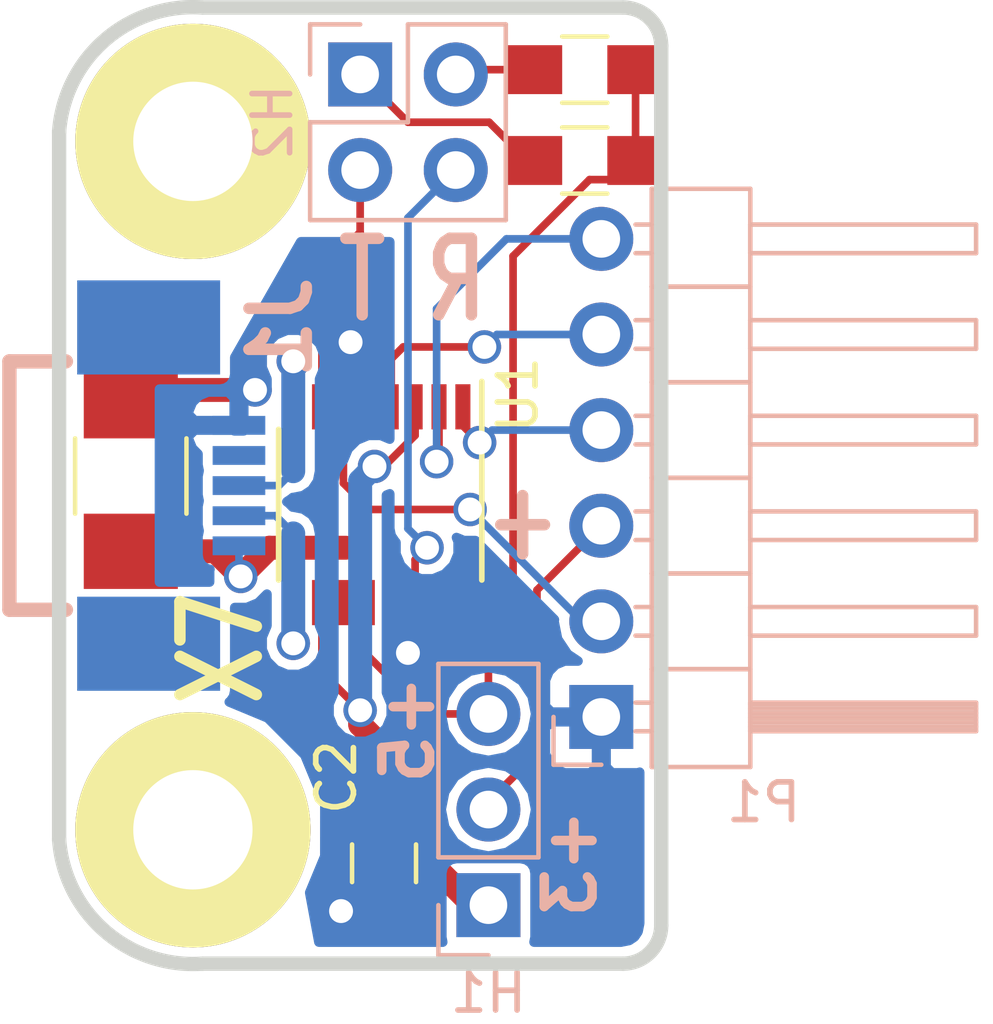
<source format=kicad_pcb>
(kicad_pcb (version 4) (host pcbnew 4.0.5)

  (general
    (links 24)
    (no_connects 0)
    (area 133.996115 83.848801 175.929602 119.9036)
    (thickness 1.6002)
    (drawings 19)
    (tracks 108)
    (zones 0)
    (modules 11)
    (nets 15)
  )

  (page A4)
  (title_block
    (date "30 oct 2013")
  )

  (layers
    (0 Front signal)
    (31 Back signal)
    (36 B.SilkS user)
    (37 F.SilkS user)
    (38 B.Mask user)
    (39 F.Mask user)
    (40 Dwgs.User user hide)
    (44 Edge.Cuts user)
  )

  (setup
    (last_trace_width 0.2032)
    (user_trace_width 0.635)
    (trace_clearance 0.2032)
    (zone_clearance 0.254)
    (zone_45_only no)
    (trace_min 0.2032)
    (segment_width 0.381)
    (edge_width 0.381)
    (via_size 0.889)
    (via_drill 0.635)
    (via_min_size 0.889)
    (via_min_drill 0.508)
    (uvia_size 0.508)
    (uvia_drill 0.127)
    (uvias_allowed no)
    (uvia_min_size 0.508)
    (uvia_min_drill 0.127)
    (pcb_text_width 0.3048)
    (pcb_text_size 1.524 2.032)
    (mod_edge_width 0.381)
    (mod_text_size 1.27 1.27)
    (mod_text_width 0.254)
    (pad_size 1.524 1.524)
    (pad_drill 0.8128)
    (pad_to_mask_clearance 0.254)
    (aux_axis_origin 0 0)
    (visible_elements 7FFFFF3F)
    (pcbplotparams
      (layerselection 0x010f0_80000001)
      (usegerberextensions true)
      (excludeedgelayer true)
      (linewidth 0.150000)
      (plotframeref false)
      (viasonmask false)
      (mode 1)
      (useauxorigin false)
      (hpglpennumber 1)
      (hpglpenspeed 20)
      (hpglpendiameter 15)
      (hpglpenoverlay 0)
      (psnegative false)
      (psa4output false)
      (plotreference true)
      (plotvalue true)
      (plotinvisibletext false)
      (padsonsilk false)
      (subtractmaskfromsilk false)
      (outputformat 1)
      (mirror false)
      (drillshape 0)
      (scaleselection 1)
      (outputdirectory plots/))
  )

  (net 0 "")
  (net 1 /+3.3V)
  (net 2 /+5V)
  (net 3 /CTS)
  (net 4 /DM)
  (net 5 /DP)
  (net 6 /PUP0)
  (net 7 /PUP1)
  (net 8 /RTS)
  (net 9 /RX)
  (net 10 /RXLED*)
  (net 11 /TX)
  (net 12 /TXLED*)
  (net 13 /VCC)
  (net 14 GND)

  (net_class Default "This is the default net class."
    (clearance 0.2032)
    (trace_width 0.2032)
    (via_dia 0.889)
    (via_drill 0.635)
    (uvia_dia 0.508)
    (uvia_drill 0.127)
    (add_net /+3.3V)
    (add_net /+5V)
    (add_net /CTS)
    (add_net /DM)
    (add_net /DP)
    (add_net /PUP0)
    (add_net /PUP1)
    (add_net /RTS)
    (add_net /RX)
    (add_net /RXLED*)
    (add_net /TX)
    (add_net /TXLED*)
    (add_net /VCC)
    (add_net GND)
  )

  (module MTG-4-40 locked (layer Front) (tedit 4FF36E0B) (tstamp 4FF36B26)
    (at 152.146 92.71)
    (path /4FF369A7)
    (fp_text reference MTG1 (at -7.366 -0.762 90) (layer F.SilkS) hide
      (effects (font (size 1.27 1.27) (thickness 0.254)))
    )
    (fp_text value CONN_1 (at -5.334 -0.508 90) (layer F.SilkS) hide
      (effects (font (thickness 0.3048)))
    )
    (pad 1 thru_hole circle (at 0 0) (size 6.25094 6.25094) (drill 3.16992) (layers *.Cu *.Mask F.SilkS))
  )

  (module MTG-4-40 locked (layer Front) (tedit 4FF36E33) (tstamp 4FF36B28)
    (at 152.146 110.998)
    (path /4FF369AF)
    (fp_text reference MTG2 (at 0.29972 4.699) (layer F.SilkS) hide
      (effects (font (size 1.27 1.27) (thickness 0.254)))
    )
    (fp_text value CONN_1 (at 0.09906 6.70052) (layer F.SilkS) hide
      (effects (font (thickness 0.3048)))
    )
    (pad 1 thru_hole circle (at 0 0) (size 6.25094 6.25094) (drill 3.16992) (layers *.Cu *.Mask F.SilkS))
  )

  (module Capacitors_SMD:C_1210_HandSoldering (layer Front) (tedit 59614582) (tstamp 59614337)
    (at 150.495 101.6 90)
    (descr "Capacitor SMD 1210, hand soldering")
    (tags "capacitor 1210")
    (path /4FF312AD)
    (attr smd)
    (fp_text reference C1 (at 0 -2.25 90) (layer F.SilkS) hide
      (effects (font (size 1 1) (thickness 0.15)))
    )
    (fp_text value 10uF (at 0 2.5 90) (layer F.Fab) hide
      (effects (font (size 1 1) (thickness 0.15)))
    )
    (fp_text user %R (at 0 -2.25 90) (layer F.Fab)
      (effects (font (size 1 1) (thickness 0.15)))
    )
    (fp_line (start -1.6 1.25) (end -1.6 -1.25) (layer F.Fab) (width 0.1))
    (fp_line (start 1.6 1.25) (end -1.6 1.25) (layer F.Fab) (width 0.1))
    (fp_line (start 1.6 -1.25) (end 1.6 1.25) (layer F.Fab) (width 0.1))
    (fp_line (start -1.6 -1.25) (end 1.6 -1.25) (layer F.Fab) (width 0.1))
    (fp_line (start 1 -1.48) (end -1 -1.48) (layer F.SilkS) (width 0.12))
    (fp_line (start -1 1.48) (end 1 1.48) (layer F.SilkS) (width 0.12))
    (fp_line (start -3.25 -1.5) (end 3.25 -1.5) (layer F.CrtYd) (width 0.05))
    (fp_line (start -3.25 -1.5) (end -3.25 1.5) (layer F.CrtYd) (width 0.05))
    (fp_line (start 3.25 1.5) (end 3.25 -1.5) (layer F.CrtYd) (width 0.05))
    (fp_line (start 3.25 1.5) (end -3.25 1.5) (layer F.CrtYd) (width 0.05))
    (pad 1 smd rect (at -2 0 90) (size 2 2.5) (layers Front F.Mask)
      (net 2 /+5V))
    (pad 2 smd rect (at 2 0 90) (size 2 2.5) (layers Front F.Mask)
      (net 14 GND))
    (model Capacitors_SMD.3dshapes/C_1210.wrl
      (at (xyz 0 0 0))
      (scale (xyz 1 1 1))
      (rotate (xyz 0 0 0))
    )
  )

  (module Capacitors_SMD:C_0805_HandSoldering (layer Front) (tedit 59614760) (tstamp 59614347)
    (at 157.226 111.887 270)
    (descr "Capacitor SMD 0805, hand soldering")
    (tags "capacitor 0805")
    (path /4FF31376)
    (attr smd)
    (fp_text reference C2 (at -2.286 1.27 270) (layer F.SilkS)
      (effects (font (size 1 1) (thickness 0.15)))
    )
    (fp_text value 0.1uF (at 0 1.75 270) (layer F.Fab) hide
      (effects (font (size 1 1) (thickness 0.15)))
    )
    (fp_text user %R (at 0 -1.75 270) (layer F.Fab)
      (effects (font (size 1 1) (thickness 0.15)))
    )
    (fp_line (start -1 0.62) (end -1 -0.62) (layer F.Fab) (width 0.1))
    (fp_line (start 1 0.62) (end -1 0.62) (layer F.Fab) (width 0.1))
    (fp_line (start 1 -0.62) (end 1 0.62) (layer F.Fab) (width 0.1))
    (fp_line (start -1 -0.62) (end 1 -0.62) (layer F.Fab) (width 0.1))
    (fp_line (start 0.5 -0.85) (end -0.5 -0.85) (layer F.SilkS) (width 0.12))
    (fp_line (start -0.5 0.85) (end 0.5 0.85) (layer F.SilkS) (width 0.12))
    (fp_line (start -2.25 -0.88) (end 2.25 -0.88) (layer F.CrtYd) (width 0.05))
    (fp_line (start -2.25 -0.88) (end -2.25 0.87) (layer F.CrtYd) (width 0.05))
    (fp_line (start 2.25 0.87) (end 2.25 -0.88) (layer F.CrtYd) (width 0.05))
    (fp_line (start 2.25 0.87) (end -2.25 0.87) (layer F.CrtYd) (width 0.05))
    (pad 1 smd rect (at -1.25 0 270) (size 1.5 1.25) (layers Front F.Mask)
      (net 1 /+3.3V))
    (pad 2 smd rect (at 1.25 0 270) (size 1.5 1.25) (layers Front F.Mask)
      (net 14 GND))
    (model Capacitors_SMD.3dshapes/C_0805.wrl
      (at (xyz 0 0 0))
      (scale (xyz 1 1 1))
      (rotate (xyz 0 0 0))
    )
  )

  (module Pin_Headers:Pin_Header_Straight_1x03_Pitch2.54mm (layer Back) (tedit 58CD4EC1) (tstamp 59614357)
    (at 160 113)
    (descr "Through hole straight pin header, 1x03, 2.54mm pitch, single row")
    (tags "Through hole pin header THT 1x03 2.54mm single row")
    (path /4FF31320)
    (fp_text reference H1 (at 0 2.33) (layer B.SilkS)
      (effects (font (size 1 1) (thickness 0.15)) (justify mirror))
    )
    (fp_text value CONN_3 (at 0 -7.41) (layer B.Fab)
      (effects (font (size 1 1) (thickness 0.15)) (justify mirror))
    )
    (fp_line (start -1.27 1.27) (end -1.27 -6.35) (layer B.Fab) (width 0.1))
    (fp_line (start -1.27 -6.35) (end 1.27 -6.35) (layer B.Fab) (width 0.1))
    (fp_line (start 1.27 -6.35) (end 1.27 1.27) (layer B.Fab) (width 0.1))
    (fp_line (start 1.27 1.27) (end -1.27 1.27) (layer B.Fab) (width 0.1))
    (fp_line (start -1.33 -1.27) (end -1.33 -6.41) (layer B.SilkS) (width 0.12))
    (fp_line (start -1.33 -6.41) (end 1.33 -6.41) (layer B.SilkS) (width 0.12))
    (fp_line (start 1.33 -6.41) (end 1.33 -1.27) (layer B.SilkS) (width 0.12))
    (fp_line (start 1.33 -1.27) (end -1.33 -1.27) (layer B.SilkS) (width 0.12))
    (fp_line (start -1.33 0) (end -1.33 1.33) (layer B.SilkS) (width 0.12))
    (fp_line (start -1.33 1.33) (end 0 1.33) (layer B.SilkS) (width 0.12))
    (fp_line (start -1.8 1.8) (end -1.8 -6.85) (layer B.CrtYd) (width 0.05))
    (fp_line (start -1.8 -6.85) (end 1.8 -6.85) (layer B.CrtYd) (width 0.05))
    (fp_line (start 1.8 -6.85) (end 1.8 1.8) (layer B.CrtYd) (width 0.05))
    (fp_line (start 1.8 1.8) (end -1.8 1.8) (layer B.CrtYd) (width 0.05))
    (fp_text user %R (at 0 2.33) (layer B.Fab)
      (effects (font (size 1 1) (thickness 0.15)) (justify mirror))
    )
    (pad 1 thru_hole rect (at 0 0) (size 1.7 1.7) (drill 1) (layers *.Cu *.Mask)
      (net 1 /+3.3V))
    (pad 2 thru_hole oval (at 0 -2.54) (size 1.7 1.7) (drill 1) (layers *.Cu *.Mask)
      (net 13 /VCC))
    (pad 3 thru_hole oval (at 0 -5.08) (size 1.7 1.7) (drill 1) (layers *.Cu *.Mask)
      (net 2 /+5V))
    (model ${KISYS3DMOD}/Pin_Headers.3dshapes/Pin_Header_Straight_1x03_Pitch2.54mm.wrl
      (at (xyz 0 -0.1 0))
      (scale (xyz 1 1 1))
      (rotate (xyz 0 0 90))
    )
  )

  (module Pin_Headers:Pin_Header_Straight_2x02_Pitch2.54mm (layer Back) (tedit 58CD4EC5) (tstamp 5961436C)
    (at 156.591 90.932 270)
    (descr "Through hole straight pin header, 2x02, 2.54mm pitch, double rows")
    (tags "Through hole pin header THT 2x02 2.54mm double row")
    (path /5245770A)
    (fp_text reference H2 (at 1.27 2.33 270) (layer B.SilkS)
      (effects (font (size 1 1) (thickness 0.15)) (justify mirror))
    )
    (fp_text value CONN_2X2 (at 1.27 -4.87 270) (layer B.Fab)
      (effects (font (size 1 1) (thickness 0.15)) (justify mirror))
    )
    (fp_line (start -1.27 1.27) (end -1.27 -3.81) (layer B.Fab) (width 0.1))
    (fp_line (start -1.27 -3.81) (end 3.81 -3.81) (layer B.Fab) (width 0.1))
    (fp_line (start 3.81 -3.81) (end 3.81 1.27) (layer B.Fab) (width 0.1))
    (fp_line (start 3.81 1.27) (end -1.27 1.27) (layer B.Fab) (width 0.1))
    (fp_line (start -1.33 -1.27) (end -1.33 -3.87) (layer B.SilkS) (width 0.12))
    (fp_line (start -1.33 -3.87) (end 3.87 -3.87) (layer B.SilkS) (width 0.12))
    (fp_line (start 3.87 -3.87) (end 3.87 1.33) (layer B.SilkS) (width 0.12))
    (fp_line (start 3.87 1.33) (end 1.27 1.33) (layer B.SilkS) (width 0.12))
    (fp_line (start 1.27 1.33) (end 1.27 -1.27) (layer B.SilkS) (width 0.12))
    (fp_line (start 1.27 -1.27) (end -1.33 -1.27) (layer B.SilkS) (width 0.12))
    (fp_line (start -1.33 0) (end -1.33 1.33) (layer B.SilkS) (width 0.12))
    (fp_line (start -1.33 1.33) (end 0 1.33) (layer B.SilkS) (width 0.12))
    (fp_line (start -1.8 1.8) (end -1.8 -4.35) (layer B.CrtYd) (width 0.05))
    (fp_line (start -1.8 -4.35) (end 4.35 -4.35) (layer B.CrtYd) (width 0.05))
    (fp_line (start 4.35 -4.35) (end 4.35 1.8) (layer B.CrtYd) (width 0.05))
    (fp_line (start 4.35 1.8) (end -1.8 1.8) (layer B.CrtYd) (width 0.05))
    (fp_text user %R (at 1.27 2.33 270) (layer B.Fab)
      (effects (font (size 1 1) (thickness 0.15)) (justify mirror))
    )
    (pad 1 thru_hole rect (at 0 0 270) (size 1.7 1.7) (drill 1) (layers *.Cu *.Mask)
      (net 6 /PUP0))
    (pad 2 thru_hole oval (at 2.54 0 270) (size 1.7 1.7) (drill 1) (layers *.Cu *.Mask)
      (net 12 /TXLED*))
    (pad 3 thru_hole oval (at 0 -2.54 270) (size 1.7 1.7) (drill 1) (layers *.Cu *.Mask)
      (net 7 /PUP1))
    (pad 4 thru_hole oval (at 2.54 -2.54 270) (size 1.7 1.7) (drill 1) (layers *.Cu *.Mask)
      (net 10 /RXLED*))
    (model ${KISYS3DMOD}/Pin_Headers.3dshapes/Pin_Header_Straight_2x02_Pitch2.54mm.wrl
      (at (xyz 0.05 -0.05 0))
      (scale (xyz 1 1 1))
      (rotate (xyz 0 0 90))
    )
  )

  (module LandBoards_Conns:USB-B-MINI locked (layer Back) (tedit 504B3C12) (tstamp 59614384)
    (at 147.2692 101.854 90)
    (descr "USB, MINI, B")
    (tags USB-B-MINI)
    (path /4FF311FD)
    (fp_text reference J1 (at 4.20116 7.2009 90) (layer B.SilkS)
      (effects (font (thickness 0.3048)) (justify mirror))
    )
    (fp_text value USB-B (at 0.39878 -1.50114 90) (layer B.SilkS) hide
      (effects (font (thickness 0.3048)) (justify mirror))
    )
    (fp_line (start -3.29946 0) (end -3.29946 1.50114) (layer B.SilkS) (width 0.381))
    (fp_line (start 3.29946 0) (end 3.29946 1.50114) (layer B.SilkS) (width 0.381))
    (fp_line (start -3.29946 0) (end 3.29946 0) (layer B.SilkS) (width 0.381))
    (pad G2 smd rect (at 4.20116 3.70078 90) (size 2.49936 3.79984) (layers Back B.Mask))
    (pad G1 smd rect (at -4.20116 3.70078 90) (size 2.49936 3.79984) (layers Back B.Mask))
    (pad 4 smd rect (at 1.6002 6.10108 90) (size 0.50038 1.39954) (layers Back B.Mask)
      (net 14 GND))
    (pad NC smd rect (at 0.8001 6.10108 90) (size 0.50038 1.39954) (layers Back B.Mask))
    (pad 1 smd rect (at -1.6002 6.10108 90) (size 0.50038 1.39954) (layers Back B.Mask)
      (net 2 /+5V))
    (pad 2 smd rect (at -0.8001 6.10108 90) (size 0.50038 1.39954) (layers Back B.Mask)
      (net 4 /DM))
    (pad 3 smd rect (at 0 6.10108 90) (size 0.50038 1.39954) (layers Back B.Mask)
      (net 5 /DP))
  )

  (module Pin_Headers:Pin_Header_Angled_1x06_Pitch2.54mm (layer Back) (tedit 58CD4EC1) (tstamp 59614391)
    (at 163 108)
    (descr "Through hole angled pin header, 1x06, 2.54mm pitch, 6mm pin length, single row")
    (tags "Through hole angled pin header THT 1x06 2.54mm single row")
    (path /4FF312DA)
    (fp_text reference P1 (at 4.315 2.27) (layer B.SilkS)
      (effects (font (size 1 1) (thickness 0.15)) (justify mirror))
    )
    (fp_text value CONN_6 (at 4.315 -14.97) (layer B.Fab)
      (effects (font (size 1 1) (thickness 0.15)) (justify mirror))
    )
    (fp_line (start 1.4 1.27) (end 1.4 -1.27) (layer B.Fab) (width 0.1))
    (fp_line (start 1.4 -1.27) (end 3.9 -1.27) (layer B.Fab) (width 0.1))
    (fp_line (start 3.9 -1.27) (end 3.9 1.27) (layer B.Fab) (width 0.1))
    (fp_line (start 3.9 1.27) (end 1.4 1.27) (layer B.Fab) (width 0.1))
    (fp_line (start 0 0.32) (end 0 -0.32) (layer B.Fab) (width 0.1))
    (fp_line (start 0 -0.32) (end 9.9 -0.32) (layer B.Fab) (width 0.1))
    (fp_line (start 9.9 -0.32) (end 9.9 0.32) (layer B.Fab) (width 0.1))
    (fp_line (start 9.9 0.32) (end 0 0.32) (layer B.Fab) (width 0.1))
    (fp_line (start 1.4 -1.27) (end 1.4 -3.81) (layer B.Fab) (width 0.1))
    (fp_line (start 1.4 -3.81) (end 3.9 -3.81) (layer B.Fab) (width 0.1))
    (fp_line (start 3.9 -3.81) (end 3.9 -1.27) (layer B.Fab) (width 0.1))
    (fp_line (start 3.9 -1.27) (end 1.4 -1.27) (layer B.Fab) (width 0.1))
    (fp_line (start 0 -2.22) (end 0 -2.86) (layer B.Fab) (width 0.1))
    (fp_line (start 0 -2.86) (end 9.9 -2.86) (layer B.Fab) (width 0.1))
    (fp_line (start 9.9 -2.86) (end 9.9 -2.22) (layer B.Fab) (width 0.1))
    (fp_line (start 9.9 -2.22) (end 0 -2.22) (layer B.Fab) (width 0.1))
    (fp_line (start 1.4 -3.81) (end 1.4 -6.35) (layer B.Fab) (width 0.1))
    (fp_line (start 1.4 -6.35) (end 3.9 -6.35) (layer B.Fab) (width 0.1))
    (fp_line (start 3.9 -6.35) (end 3.9 -3.81) (layer B.Fab) (width 0.1))
    (fp_line (start 3.9 -3.81) (end 1.4 -3.81) (layer B.Fab) (width 0.1))
    (fp_line (start 0 -4.76) (end 0 -5.4) (layer B.Fab) (width 0.1))
    (fp_line (start 0 -5.4) (end 9.9 -5.4) (layer B.Fab) (width 0.1))
    (fp_line (start 9.9 -5.4) (end 9.9 -4.76) (layer B.Fab) (width 0.1))
    (fp_line (start 9.9 -4.76) (end 0 -4.76) (layer B.Fab) (width 0.1))
    (fp_line (start 1.4 -6.35) (end 1.4 -8.89) (layer B.Fab) (width 0.1))
    (fp_line (start 1.4 -8.89) (end 3.9 -8.89) (layer B.Fab) (width 0.1))
    (fp_line (start 3.9 -8.89) (end 3.9 -6.35) (layer B.Fab) (width 0.1))
    (fp_line (start 3.9 -6.35) (end 1.4 -6.35) (layer B.Fab) (width 0.1))
    (fp_line (start 0 -7.3) (end 0 -7.94) (layer B.Fab) (width 0.1))
    (fp_line (start 0 -7.94) (end 9.9 -7.94) (layer B.Fab) (width 0.1))
    (fp_line (start 9.9 -7.94) (end 9.9 -7.3) (layer B.Fab) (width 0.1))
    (fp_line (start 9.9 -7.3) (end 0 -7.3) (layer B.Fab) (width 0.1))
    (fp_line (start 1.4 -8.89) (end 1.4 -11.43) (layer B.Fab) (width 0.1))
    (fp_line (start 1.4 -11.43) (end 3.9 -11.43) (layer B.Fab) (width 0.1))
    (fp_line (start 3.9 -11.43) (end 3.9 -8.89) (layer B.Fab) (width 0.1))
    (fp_line (start 3.9 -8.89) (end 1.4 -8.89) (layer B.Fab) (width 0.1))
    (fp_line (start 0 -9.84) (end 0 -10.48) (layer B.Fab) (width 0.1))
    (fp_line (start 0 -10.48) (end 9.9 -10.48) (layer B.Fab) (width 0.1))
    (fp_line (start 9.9 -10.48) (end 9.9 -9.84) (layer B.Fab) (width 0.1))
    (fp_line (start 9.9 -9.84) (end 0 -9.84) (layer B.Fab) (width 0.1))
    (fp_line (start 1.4 -11.43) (end 1.4 -13.97) (layer B.Fab) (width 0.1))
    (fp_line (start 1.4 -13.97) (end 3.9 -13.97) (layer B.Fab) (width 0.1))
    (fp_line (start 3.9 -13.97) (end 3.9 -11.43) (layer B.Fab) (width 0.1))
    (fp_line (start 3.9 -11.43) (end 1.4 -11.43) (layer B.Fab) (width 0.1))
    (fp_line (start 0 -12.38) (end 0 -13.02) (layer B.Fab) (width 0.1))
    (fp_line (start 0 -13.02) (end 9.9 -13.02) (layer B.Fab) (width 0.1))
    (fp_line (start 9.9 -13.02) (end 9.9 -12.38) (layer B.Fab) (width 0.1))
    (fp_line (start 9.9 -12.38) (end 0 -12.38) (layer B.Fab) (width 0.1))
    (fp_line (start 1.34 1.33) (end 1.34 -1.27) (layer B.SilkS) (width 0.12))
    (fp_line (start 1.34 -1.27) (end 3.96 -1.27) (layer B.SilkS) (width 0.12))
    (fp_line (start 3.96 -1.27) (end 3.96 1.33) (layer B.SilkS) (width 0.12))
    (fp_line (start 3.96 1.33) (end 1.34 1.33) (layer B.SilkS) (width 0.12))
    (fp_line (start 3.96 0.38) (end 3.96 -0.38) (layer B.SilkS) (width 0.12))
    (fp_line (start 3.96 -0.38) (end 9.96 -0.38) (layer B.SilkS) (width 0.12))
    (fp_line (start 9.96 -0.38) (end 9.96 0.38) (layer B.SilkS) (width 0.12))
    (fp_line (start 9.96 0.38) (end 3.96 0.38) (layer B.SilkS) (width 0.12))
    (fp_line (start 0.91 0.38) (end 1.34 0.38) (layer B.SilkS) (width 0.12))
    (fp_line (start 0.91 -0.38) (end 1.34 -0.38) (layer B.SilkS) (width 0.12))
    (fp_line (start 3.96 0.26) (end 9.96 0.26) (layer B.SilkS) (width 0.12))
    (fp_line (start 3.96 0.14) (end 9.96 0.14) (layer B.SilkS) (width 0.12))
    (fp_line (start 3.96 0.02) (end 9.96 0.02) (layer B.SilkS) (width 0.12))
    (fp_line (start 3.96 -0.1) (end 9.96 -0.1) (layer B.SilkS) (width 0.12))
    (fp_line (start 3.96 -0.22) (end 9.96 -0.22) (layer B.SilkS) (width 0.12))
    (fp_line (start 3.96 -0.34) (end 9.96 -0.34) (layer B.SilkS) (width 0.12))
    (fp_line (start 1.34 -1.27) (end 1.34 -3.81) (layer B.SilkS) (width 0.12))
    (fp_line (start 1.34 -3.81) (end 3.96 -3.81) (layer B.SilkS) (width 0.12))
    (fp_line (start 3.96 -3.81) (end 3.96 -1.27) (layer B.SilkS) (width 0.12))
    (fp_line (start 3.96 -1.27) (end 1.34 -1.27) (layer B.SilkS) (width 0.12))
    (fp_line (start 3.96 -2.16) (end 3.96 -2.92) (layer B.SilkS) (width 0.12))
    (fp_line (start 3.96 -2.92) (end 9.96 -2.92) (layer B.SilkS) (width 0.12))
    (fp_line (start 9.96 -2.92) (end 9.96 -2.16) (layer B.SilkS) (width 0.12))
    (fp_line (start 9.96 -2.16) (end 3.96 -2.16) (layer B.SilkS) (width 0.12))
    (fp_line (start 0.91 -2.16) (end 1.34 -2.16) (layer B.SilkS) (width 0.12))
    (fp_line (start 0.91 -2.92) (end 1.34 -2.92) (layer B.SilkS) (width 0.12))
    (fp_line (start 1.34 -3.81) (end 1.34 -6.35) (layer B.SilkS) (width 0.12))
    (fp_line (start 1.34 -6.35) (end 3.96 -6.35) (layer B.SilkS) (width 0.12))
    (fp_line (start 3.96 -6.35) (end 3.96 -3.81) (layer B.SilkS) (width 0.12))
    (fp_line (start 3.96 -3.81) (end 1.34 -3.81) (layer B.SilkS) (width 0.12))
    (fp_line (start 3.96 -4.7) (end 3.96 -5.46) (layer B.SilkS) (width 0.12))
    (fp_line (start 3.96 -5.46) (end 9.96 -5.46) (layer B.SilkS) (width 0.12))
    (fp_line (start 9.96 -5.46) (end 9.96 -4.7) (layer B.SilkS) (width 0.12))
    (fp_line (start 9.96 -4.7) (end 3.96 -4.7) (layer B.SilkS) (width 0.12))
    (fp_line (start 0.91 -4.7) (end 1.34 -4.7) (layer B.SilkS) (width 0.12))
    (fp_line (start 0.91 -5.46) (end 1.34 -5.46) (layer B.SilkS) (width 0.12))
    (fp_line (start 1.34 -6.35) (end 1.34 -8.89) (layer B.SilkS) (width 0.12))
    (fp_line (start 1.34 -8.89) (end 3.96 -8.89) (layer B.SilkS) (width 0.12))
    (fp_line (start 3.96 -8.89) (end 3.96 -6.35) (layer B.SilkS) (width 0.12))
    (fp_line (start 3.96 -6.35) (end 1.34 -6.35) (layer B.SilkS) (width 0.12))
    (fp_line (start 3.96 -7.24) (end 3.96 -8) (layer B.SilkS) (width 0.12))
    (fp_line (start 3.96 -8) (end 9.96 -8) (layer B.SilkS) (width 0.12))
    (fp_line (start 9.96 -8) (end 9.96 -7.24) (layer B.SilkS) (width 0.12))
    (fp_line (start 9.96 -7.24) (end 3.96 -7.24) (layer B.SilkS) (width 0.12))
    (fp_line (start 0.91 -7.24) (end 1.34 -7.24) (layer B.SilkS) (width 0.12))
    (fp_line (start 0.91 -8) (end 1.34 -8) (layer B.SilkS) (width 0.12))
    (fp_line (start 1.34 -8.89) (end 1.34 -11.43) (layer B.SilkS) (width 0.12))
    (fp_line (start 1.34 -11.43) (end 3.96 -11.43) (layer B.SilkS) (width 0.12))
    (fp_line (start 3.96 -11.43) (end 3.96 -8.89) (layer B.SilkS) (width 0.12))
    (fp_line (start 3.96 -8.89) (end 1.34 -8.89) (layer B.SilkS) (width 0.12))
    (fp_line (start 3.96 -9.78) (end 3.96 -10.54) (layer B.SilkS) (width 0.12))
    (fp_line (start 3.96 -10.54) (end 9.96 -10.54) (layer B.SilkS) (width 0.12))
    (fp_line (start 9.96 -10.54) (end 9.96 -9.78) (layer B.SilkS) (width 0.12))
    (fp_line (start 9.96 -9.78) (end 3.96 -9.78) (layer B.SilkS) (width 0.12))
    (fp_line (start 0.91 -9.78) (end 1.34 -9.78) (layer B.SilkS) (width 0.12))
    (fp_line (start 0.91 -10.54) (end 1.34 -10.54) (layer B.SilkS) (width 0.12))
    (fp_line (start 1.34 -11.43) (end 1.34 -14.03) (layer B.SilkS) (width 0.12))
    (fp_line (start 1.34 -14.03) (end 3.96 -14.03) (layer B.SilkS) (width 0.12))
    (fp_line (start 3.96 -14.03) (end 3.96 -11.43) (layer B.SilkS) (width 0.12))
    (fp_line (start 3.96 -11.43) (end 1.34 -11.43) (layer B.SilkS) (width 0.12))
    (fp_line (start 3.96 -12.32) (end 3.96 -13.08) (layer B.SilkS) (width 0.12))
    (fp_line (start 3.96 -13.08) (end 9.96 -13.08) (layer B.SilkS) (width 0.12))
    (fp_line (start 9.96 -13.08) (end 9.96 -12.32) (layer B.SilkS) (width 0.12))
    (fp_line (start 9.96 -12.32) (end 3.96 -12.32) (layer B.SilkS) (width 0.12))
    (fp_line (start 0.91 -12.32) (end 1.34 -12.32) (layer B.SilkS) (width 0.12))
    (fp_line (start 0.91 -13.08) (end 1.34 -13.08) (layer B.SilkS) (width 0.12))
    (fp_line (start -1.27 0) (end -1.27 1.27) (layer B.SilkS) (width 0.12))
    (fp_line (start -1.27 1.27) (end 0 1.27) (layer B.SilkS) (width 0.12))
    (fp_line (start -1.8 1.8) (end -1.8 -14.5) (layer B.CrtYd) (width 0.05))
    (fp_line (start -1.8 -14.5) (end 10.4 -14.5) (layer B.CrtYd) (width 0.05))
    (fp_line (start 10.4 -14.5) (end 10.4 1.8) (layer B.CrtYd) (width 0.05))
    (fp_line (start 10.4 1.8) (end -1.8 1.8) (layer B.CrtYd) (width 0.05))
    (fp_text user %R (at 4.315 2.27) (layer B.Fab)
      (effects (font (size 1 1) (thickness 0.15)) (justify mirror))
    )
    (pad 1 thru_hole rect (at 0 0) (size 1.7 1.7) (drill 1) (layers *.Cu *.Mask)
      (net 14 GND))
    (pad 2 thru_hole oval (at 0 -2.54) (size 1.7 1.7) (drill 1) (layers *.Cu *.Mask)
      (net 3 /CTS))
    (pad 3 thru_hole oval (at 0 -5.08) (size 1.7 1.7) (drill 1) (layers *.Cu *.Mask)
      (net 13 /VCC))
    (pad 4 thru_hole oval (at 0 -7.62) (size 1.7 1.7) (drill 1) (layers *.Cu *.Mask)
      (net 11 /TX))
    (pad 5 thru_hole oval (at 0 -10.16) (size 1.7 1.7) (drill 1) (layers *.Cu *.Mask)
      (net 9 /RX))
    (pad 6 thru_hole oval (at 0 -12.7) (size 1.7 1.7) (drill 1) (layers *.Cu *.Mask)
      (net 8 /RTS))
    (model ${KISYS3DMOD}/Pin_Headers.3dshapes/Pin_Header_Angled_1x06_Pitch2.54mm.wrl
      (at (xyz 0 -0.25 0))
      (scale (xyz 1 1 1))
      (rotate (xyz 0 0 90))
    )
  )

  (module Resistors_SMD:R_0805_HandSoldering (layer Front) (tedit 5961430D) (tstamp 59614413)
    (at 162.56 93.218 180)
    (descr "Resistor SMD 0805, hand soldering")
    (tags "resistor 0805")
    (path /4FF314CB)
    (attr smd)
    (fp_text reference R1 (at 0 -1.7 180) (layer F.SilkS) hide
      (effects (font (size 1 1) (thickness 0.15)))
    )
    (fp_text value 270 (at 0 1.75 180) (layer F.Fab) hide
      (effects (font (size 1 1) (thickness 0.15)))
    )
    (fp_text user %R (at 0 0 180) (layer F.Fab)
      (effects (font (size 0.5 0.5) (thickness 0.075)))
    )
    (fp_line (start -1 0.62) (end -1 -0.62) (layer F.Fab) (width 0.1))
    (fp_line (start 1 0.62) (end -1 0.62) (layer F.Fab) (width 0.1))
    (fp_line (start 1 -0.62) (end 1 0.62) (layer F.Fab) (width 0.1))
    (fp_line (start -1 -0.62) (end 1 -0.62) (layer F.Fab) (width 0.1))
    (fp_line (start 0.6 0.88) (end -0.6 0.88) (layer F.SilkS) (width 0.12))
    (fp_line (start -0.6 -0.88) (end 0.6 -0.88) (layer F.SilkS) (width 0.12))
    (fp_line (start -2.35 -0.9) (end 2.35 -0.9) (layer F.CrtYd) (width 0.05))
    (fp_line (start -2.35 -0.9) (end -2.35 0.9) (layer F.CrtYd) (width 0.05))
    (fp_line (start 2.35 0.9) (end 2.35 -0.9) (layer F.CrtYd) (width 0.05))
    (fp_line (start 2.35 0.9) (end -2.35 0.9) (layer F.CrtYd) (width 0.05))
    (pad 1 smd rect (at -1.35 0 180) (size 1.5 1.3) (layers Front F.Mask)
      (net 2 /+5V))
    (pad 2 smd rect (at 1.35 0 180) (size 1.5 1.3) (layers Front F.Mask)
      (net 6 /PUP0))
    (model ${KISYS3DMOD}/Resistors_SMD.3dshapes/R_0805.wrl
      (at (xyz 0 0 0))
      (scale (xyz 1 1 1))
      (rotate (xyz 0 0 0))
    )
  )

  (module Resistors_SMD:R_0805_HandSoldering (layer Front) (tedit 59614316) (tstamp 59614423)
    (at 162.56 90.805 180)
    (descr "Resistor SMD 0805, hand soldering")
    (tags "resistor 0805")
    (path /4FF314D2)
    (attr smd)
    (fp_text reference R2 (at 0 -1.7 180) (layer F.SilkS) hide
      (effects (font (size 1 1) (thickness 0.15)))
    )
    (fp_text value 270 (at 0 1.75 180) (layer F.Fab) hide
      (effects (font (size 1 1) (thickness 0.15)))
    )
    (fp_text user %R (at 0 0 180) (layer F.Fab)
      (effects (font (size 0.5 0.5) (thickness 0.075)))
    )
    (fp_line (start -1 0.62) (end -1 -0.62) (layer F.Fab) (width 0.1))
    (fp_line (start 1 0.62) (end -1 0.62) (layer F.Fab) (width 0.1))
    (fp_line (start 1 -0.62) (end 1 0.62) (layer F.Fab) (width 0.1))
    (fp_line (start -1 -0.62) (end 1 -0.62) (layer F.Fab) (width 0.1))
    (fp_line (start 0.6 0.88) (end -0.6 0.88) (layer F.SilkS) (width 0.12))
    (fp_line (start -0.6 -0.88) (end 0.6 -0.88) (layer F.SilkS) (width 0.12))
    (fp_line (start -2.35 -0.9) (end 2.35 -0.9) (layer F.CrtYd) (width 0.05))
    (fp_line (start -2.35 -0.9) (end -2.35 0.9) (layer F.CrtYd) (width 0.05))
    (fp_line (start 2.35 0.9) (end 2.35 -0.9) (layer F.CrtYd) (width 0.05))
    (fp_line (start 2.35 0.9) (end -2.35 0.9) (layer F.CrtYd) (width 0.05))
    (pad 1 smd rect (at -1.35 0 180) (size 1.5 1.3) (layers Front F.Mask)
      (net 2 /+5V))
    (pad 2 smd rect (at 1.35 0 180) (size 1.5 1.3) (layers Front F.Mask)
      (net 7 /PUP1))
    (model ${KISYS3DMOD}/Resistors_SMD.3dshapes/R_0805.wrl
      (at (xyz 0 0 0))
      (scale (xyz 1 1 1))
      (rotate (xyz 0 0 0))
    )
  )

  (module Housings_SSOP:SSOP-16_3.9x4.9mm_Pitch0.635mm (layer Front) (tedit 596146E2) (tstamp 59614B09)
    (at 157.099 102.362 270)
    (descr "SSOP16: plastic shrink small outline package; 16 leads; body width 3.9 mm; lead pitch 0.635; (see NXP SSOP-TSSOP-VSO-REFLOW.pdf and sot519-1_po.pdf)")
    (tags "SSOP 0.635")
    (path /525C3657)
    (attr smd)
    (fp_text reference U1 (at -2.921 -3.683 270) (layer F.SilkS)
      (effects (font (size 1 1) (thickness 0.15)))
    )
    (fp_text value FT230XS (at 0 3.5 270) (layer F.Fab) hide
      (effects (font (size 1 1) (thickness 0.15)))
    )
    (fp_line (start -0.95 -2.45) (end 1.95 -2.45) (layer F.Fab) (width 0.15))
    (fp_line (start 1.95 -2.45) (end 1.95 2.45) (layer F.Fab) (width 0.15))
    (fp_line (start 1.95 2.45) (end -1.95 2.45) (layer F.Fab) (width 0.15))
    (fp_line (start -1.95 2.45) (end -1.95 -1.45) (layer F.Fab) (width 0.15))
    (fp_line (start -1.95 -1.45) (end -0.95 -2.45) (layer F.Fab) (width 0.15))
    (fp_line (start -3.45 -2.85) (end -3.45 2.8) (layer F.CrtYd) (width 0.05))
    (fp_line (start 3.45 -2.85) (end 3.45 2.8) (layer F.CrtYd) (width 0.05))
    (fp_line (start -3.45 -2.85) (end 3.45 -2.85) (layer F.CrtYd) (width 0.05))
    (fp_line (start -3.45 2.8) (end 3.45 2.8) (layer F.CrtYd) (width 0.05))
    (fp_line (start -2 2.675) (end 2 2.675) (layer F.SilkS) (width 0.15))
    (fp_line (start -3.275 -2.725) (end 2 -2.725) (layer F.SilkS) (width 0.15))
    (fp_text user %R (at 0 0 270) (layer F.Fab)
      (effects (font (size 0.8 0.8) (thickness 0.15)))
    )
    (pad 1 smd rect (at -2.6 -2.2225 270) (size 1.2 0.4) (layers Front F.Mask)
      (net 11 /TX))
    (pad 2 smd rect (at -2.6 -1.5875 270) (size 1.2 0.4) (layers Front F.Mask)
      (net 8 /RTS))
    (pad 3 smd rect (at -2.6 -0.9525 270) (size 1.2 0.4) (layers Front F.Mask)
      (net 1 /+3.3V))
    (pad 4 smd rect (at -2.6 -0.3175 270) (size 1.2 0.4) (layers Front F.Mask)
      (net 9 /RX))
    (pad 5 smd rect (at -2.6 0.3175 270) (size 1.2 0.4) (layers Front F.Mask)
      (net 14 GND))
    (pad 6 smd rect (at -2.6 0.9525 270) (size 1.2 0.4) (layers Front F.Mask)
      (net 3 /CTS))
    (pad 7 smd rect (at -2.6 1.5875 270) (size 1.2 0.4) (layers Front F.Mask)
      (net 12 /TXLED*))
    (pad 8 smd rect (at -2.6 2.2225 270) (size 1.2 0.4) (layers Front F.Mask)
      (net 5 /DP))
    (pad 9 smd rect (at 2.6 2.2225 270) (size 1.2 0.4) (layers Front F.Mask)
      (net 4 /DM))
    (pad 10 smd rect (at 2.6 1.5875 270) (size 1.2 0.4) (layers Front F.Mask)
      (net 1 /+3.3V))
    (pad 11 smd rect (at 2.6 0.9525 270) (size 1.2 0.4) (layers Front F.Mask))
    (pad 12 smd rect (at 2.6 0.3175 270) (size 1.2 0.4) (layers Front F.Mask)
      (net 2 /+5V))
    (pad 13 smd rect (at 2.6 -0.3175 270) (size 1.2 0.4) (layers Front F.Mask)
      (net 14 GND))
    (pad 14 smd rect (at 2.6 -0.9525 270) (size 1.2 0.4) (layers Front F.Mask)
      (net 10 /RXLED*))
    (pad 15 smd rect (at 2.6 -1.5875 270) (size 1.2 0.4) (layers Front F.Mask))
    (pad 16 smd rect (at 2.6 -2.2225 270) (size 1.2 0.4) (layers Front F.Mask))
    (model ${KISYS3DMOD}/Housings_SSOP.3dshapes/SSOP-16_3.9x4.9mm_Pitch0.635mm.wrl
      (at (xyz 0 0 0))
      (scale (xyz 1 1 1))
      (rotate (xyz 0 0 0))
    )
  )

  (gr_text +3 (at 162.179 111.887 90) (layer B.SilkS)
    (effects (font (size 1.27 1.27) (thickness 0.254)) (justify mirror))
  )
  (gr_text "R T" (at 157.988 96.393) (layer B.SilkS)
    (effects (font (size 2.032 1.524) (thickness 0.3048)) (justify mirror))
  )
  (dimension 3.6 (width 0.3048) (layer Dwgs.User)
    (gr_text "3.600 mm" (at 140.6744 90.9 90) (layer Dwgs.User)
      (effects (font (size 2.032 1.524) (thickness 0.3048)))
    )
    (feature1 (pts (xy 152.2 89.1) (xy 139.0488 89.1)))
    (feature2 (pts (xy 152.2 92.7) (xy 139.0488 92.7)))
    (crossbar (pts (xy 142.3 92.7) (xy 142.3 89.1)))
    (arrow1a (pts (xy 142.3 89.1) (xy 142.88642 90.226503)))
    (arrow1b (pts (xy 142.3 89.1) (xy 141.71358 90.226503)))
    (arrow2a (pts (xy 142.3 92.7) (xy 142.88642 91.573497)))
    (arrow2b (pts (xy 142.3 92.7) (xy 141.71358 91.573497)))
  )
  (dimension 3.6 (width 0.3048) (layer Dwgs.User)
    (gr_text "3.600 mm" (at 139.874401 112.8 270) (layer Dwgs.User)
      (effects (font (size 2.032 1.524) (thickness 0.3048)))
    )
    (feature1 (pts (xy 152.2 114.6) (xy 138.248801 114.6)))
    (feature2 (pts (xy 152.2 111) (xy 138.248801 111)))
    (crossbar (pts (xy 141.500001 111) (xy 141.500001 114.6)))
    (arrow1a (pts (xy 141.500001 114.6) (xy 140.913581 113.473497)))
    (arrow1b (pts (xy 141.500001 114.6) (xy 142.086421 113.473497)))
    (arrow2a (pts (xy 141.500001 111) (xy 140.913581 112.126503)))
    (arrow2b (pts (xy 141.500001 111) (xy 142.086421 112.126503)))
  )
  (dimension 3.6 (width 0.3048) (layer Dwgs.User)
    (gr_text "3.600 mm" (at 150.4 118.125599) (layer Dwgs.User)
      (effects (font (size 2.032 1.524) (thickness 0.3048)))
    )
    (feature1 (pts (xy 148.6 111) (xy 148.6 119.751199)))
    (feature2 (pts (xy 152.2 111) (xy 152.2 119.751199)))
    (crossbar (pts (xy 152.2 116.499999) (xy 148.6 116.499999)))
    (arrow1a (pts (xy 148.6 116.499999) (xy 149.726503 115.913579)))
    (arrow1b (pts (xy 148.6 116.499999) (xy 149.726503 117.086419)))
    (arrow2a (pts (xy 152.2 116.499999) (xy 151.073497 115.913579)))
    (arrow2b (pts (xy 152.2 116.499999) (xy 151.073497 117.086419)))
  )
  (dimension 18.3 (width 0.3048) (layer Dwgs.User)
    (gr_text "18.300 mm" (at 143.5744 101.85 90) (layer Dwgs.User)
      (effects (font (size 2.032 1.524) (thickness 0.3048)))
    )
    (feature1 (pts (xy 152.2 92.7) (xy 141.9488 92.7)))
    (feature2 (pts (xy 152.2 111) (xy 141.9488 111)))
    (crossbar (pts (xy 145.2 111) (xy 145.2 92.7)))
    (arrow1a (pts (xy 145.2 92.7) (xy 145.78642 93.826503)))
    (arrow1b (pts (xy 145.2 92.7) (xy 144.61358 93.826503)))
    (arrow2a (pts (xy 145.2 111) (xy 145.78642 109.873497)))
    (arrow2b (pts (xy 145.2 111) (xy 144.61358 109.873497)))
  )
  (dimension 16 (width 0.3048) (layer Dwgs.User)
    (gr_text "16.000 mm" (at 156.6 85.474401) (layer Dwgs.User)
      (effects (font (size 2.032 1.524) (thickness 0.3048)))
    )
    (feature1 (pts (xy 164.6 92.5) (xy 164.6 83.848801)))
    (feature2 (pts (xy 148.6 92.5) (xy 148.6 83.848801)))
    (crossbar (pts (xy 148.6 87.100001) (xy 164.6 87.100001)))
    (arrow1a (pts (xy 164.6 87.100001) (xy 163.473497 87.686421)))
    (arrow1b (pts (xy 164.6 87.100001) (xy 163.473497 86.513581)))
    (arrow2a (pts (xy 148.6 87.100001) (xy 149.726503 87.686421)))
    (arrow2b (pts (xy 148.6 87.100001) (xy 149.726503 86.513581)))
  )
  (dimension 25.4 (width 0.3048) (layer Dwgs.User)
    (gr_text "25.400 mm" (at 169.3256 101.8 90) (layer Dwgs.User)
      (effects (font (size 2.032 1.524) (thickness 0.3048)))
    )
    (feature1 (pts (xy 163.5 89.1) (xy 170.9512 89.1)))
    (feature2 (pts (xy 163.5 114.5) (xy 170.9512 114.5)))
    (crossbar (pts (xy 167.7 114.5) (xy 167.7 89.1)))
    (arrow1a (pts (xy 167.7 89.1) (xy 168.28642 90.226503)))
    (arrow1b (pts (xy 167.7 89.1) (xy 167.11358 90.226503)))
    (arrow2a (pts (xy 167.7 114.5) (xy 168.28642 113.373497)))
    (arrow2b (pts (xy 167.7 114.5) (xy 167.11358 113.373497)))
  )
  (gr_text X7 (at 152.908 106.172 90) (layer F.SilkS)
    (effects (font (size 2.032 1.524) (thickness 0.3048)))
  )
  (gr_text + (at 160.909 102.743) (layer B.SilkS)
    (effects (font (size 2.032 1.524) (thickness 0.3048)) (justify mirror))
  )
  (gr_line (start 152.4 89.154) (end 163.576 89.154) (angle 90) (layer Edge.Cuts) (width 0.381))
  (gr_line (start 152.4 114.554) (end 163.576 114.554) (angle 90) (layer Edge.Cuts) (width 0.381))
  (gr_line (start 164.592 90.17) (end 164.592 113.538) (angle 90) (layer Edge.Cuts) (width 0.381))
  (gr_arc (start 163.576 90.17) (end 163.576 89.154) (angle 90) (layer Edge.Cuts) (width 0.381))
  (gr_arc (start 163.576 113.538) (end 164.592 113.538) (angle 90) (layer Edge.Cuts) (width 0.381))
  (gr_line (start 148.59 111.252) (end 148.59 92.456) (angle 90) (layer Edge.Cuts) (width 0.381))
  (gr_arc (start 152.146 110.998) (end 152.4 114.554) (angle 90) (layer Edge.Cuts) (width 0.381))
  (gr_arc (start 152.146 92.71) (end 148.59 92.456) (angle 90) (layer Edge.Cuts) (width 0.381))
  (gr_text +5 (at 157.861 108.331 90) (layer B.SilkS)
    (effects (font (size 1.27 1.27) (thickness 0.254)) (justify mirror))
  )

  (segment (start 156.591 107.823) (end 156.591 108.204) (width 0.635) (layer Front) (net 1))
  (segment (start 157.226 108.839) (end 157.226 110.637) (width 0.635) (layer Front) (net 1) (tstamp 59614ECD))
  (segment (start 156.591 108.204) (end 157.226 108.839) (width 0.635) (layer Front) (net 1) (tstamp 59614ECC))
  (segment (start 160 113) (end 159.589 113) (width 0.635) (layer Front) (net 1))
  (segment (start 159.589 113) (end 157.226 110.637) (width 0.635) (layer Front) (net 1) (tstamp 59614ECA))
  (segment (start 156.591 107.823) (end 156.591 101.727) (width 0.635) (layer Back) (net 1))
  (segment (start 158.0515 100.5205) (end 157.226 101.346) (width 0.2032) (layer Front) (net 1) (tstamp 59614E1D))
  (segment (start 157.226 101.346) (end 156.972 101.346) (width 0.2032) (layer Front) (net 1) (tstamp 59614E1E))
  (via (at 156.972 101.346) (size 0.889) (drill 0.635) (layers Front Back) (net 1))
  (segment (start 158.0515 99.762) (end 158.0515 100.5205) (width 0.2032) (layer Front) (net 1))
  (segment (start 156.591 101.727) (end 156.972 101.346) (width 0.635) (layer Back) (net 1) (tstamp 59614E45))
  (segment (start 155.575 106.807) (end 155.575 105.0255) (width 0.2032) (layer Front) (net 1) (tstamp 59614DC7))
  (segment (start 156.591 107.823) (end 155.575 106.807) (width 0.2032) (layer Front) (net 1) (tstamp 59614DC6))
  (via (at 156.591 107.823) (size 0.889) (drill 0.635) (layers Front Back) (net 1))
  (segment (start 155.575 105.0255) (end 155.5115 104.962) (width 0.2032) (layer Front) (net 1) (tstamp 59614DC8))
  (segment (start 160 113) (end 159.335 113) (width 0.2032) (layer Back) (net 1))
  (segment (start 159.512 112.522) (end 159.5374 112.522) (width 0.2032) (layer Front) (net 1) (status 30))
  (segment (start 153.416 104.267) (end 154.178 103.505) (width 0.635) (layer Front) (net 2))
  (segment (start 154.178 103.505) (end 156.21 103.505) (width 0.635) (layer Front) (net 2) (tstamp 59614E4E))
  (segment (start 150.495 103.6) (end 152.749 103.6) (width 0.635) (layer Front) (net 2))
  (segment (start 152.749 103.6) (end 153.416 104.267) (width 0.635) (layer Front) (net 2) (tstamp 59614E4C))
  (segment (start 156.7815 104.962) (end 156.7815 106.3625) (width 0.2032) (layer Front) (net 2))
  (segment (start 158.339 107.92) (end 160 107.92) (width 0.2032) (layer Front) (net 2) (tstamp 59614DCB))
  (segment (start 156.7815 106.3625) (end 158.339 107.92) (width 0.2032) (layer Front) (net 2) (tstamp 59614DCA))
  (segment (start 156.7815 104.962) (end 156.7815 104.0765) (width 0.2032) (layer Front) (net 2))
  (segment (start 156.21 103.505) (end 154.178 103.505) (width 0.2032) (layer Front) (net 2) (tstamp 59614D93))
  (segment (start 156.7815 104.0765) (end 156.21 103.505) (width 0.2032) (layer Front) (net 2) (tstamp 59614D92))
  (segment (start 153.37028 103.4542) (end 153.37028 104.22128) (width 0.2032) (layer Back) (net 2))
  (segment (start 153.416 104.267) (end 152.749 103.6) (width 0.2032) (layer Front) (net 2) (tstamp 59614D8F))
  (via (at 153.416 104.267) (size 0.889) (drill 0.635) (layers Front Back) (net 2))
  (segment (start 153.37028 104.22128) (end 153.416 104.267) (width 0.2032) (layer Back) (net 2) (tstamp 59614D8D))
  (segment (start 160 107.92) (end 160 106.7) (width 0.2032) (layer Front) (net 2))
  (segment (start 162.687 93.726) (end 160.655 95.758) (width 0.2032) (layer Front) (net 2) (tstamp 59614D78))
  (segment (start 160.655 95.758) (end 160.655 106.045) (width 0.2032) (layer Front) (net 2) (tstamp 59614D79))
  (segment (start 163.402 93.726) (end 162.687 93.726) (width 0.2032) (layer Front) (net 2) (tstamp 59614D77))
  (segment (start 160 106.7) (end 160.655 106.045) (width 0.2032) (layer Front) (net 2) (tstamp 59614D7D))
  (segment (start 163.91 90.805) (end 163.91 93.218) (width 0.2032) (layer Front) (net 2))
  (segment (start 163.91 93.218) (end 163.402 93.726) (width 0.2032) (layer Front) (net 2) (tstamp 59614D76))
  (segment (start 156.1465 99.762) (end 156.1465 101.7905) (width 0.2032) (layer Front) (net 3))
  (segment (start 159.512 102.489) (end 162.483 105.46) (width 0.2032) (layer Back) (net 3) (tstamp 59614E02))
  (via (at 159.512 102.489) (size 0.889) (drill 0.635) (layers Front Back) (net 3))
  (segment (start 156.845 102.489) (end 159.512 102.489) (width 0.2032) (layer Front) (net 3) (tstamp 59614E00))
  (segment (start 156.1465 101.7905) (end 156.845 102.489) (width 0.2032) (layer Front) (net 3) (tstamp 59614DFF))
  (segment (start 162.483 105.46) (end 163 105.46) (width 0.2032) (layer Back) (net 3) (tstamp 59614E03))
  (segment (start 154.813 106.045) (end 154.813 103.124) (width 0.635) (layer Back) (net 4))
  (segment (start 153.37028 102.6541) (end 154.3431 102.6541) (width 0.2032) (layer Back) (net 4))
  (segment (start 154.8765 105.9815) (end 154.8765 104.962) (width 0.2032) (layer Front) (net 4) (tstamp 59614D9D))
  (segment (start 154.813 106.045) (end 154.8765 105.9815) (width 0.2032) (layer Front) (net 4) (tstamp 59614D9C))
  (via (at 154.813 106.045) (size 0.889) (drill 0.635) (layers Front Back) (net 4))
  (segment (start 154.3431 102.6541) (end 154.813 103.124) (width 0.2032) (layer Back) (net 4) (tstamp 59614D98))
  (segment (start 154.813 98.552) (end 154.813 101.473) (width 0.635) (layer Back) (net 5))
  (segment (start 153.37028 101.854) (end 154.432 101.854) (width 0.2032) (layer Back) (net 5))
  (segment (start 154.8765 98.6155) (end 154.8765 99.762) (width 0.2032) (layer Front) (net 5) (tstamp 59614DDD))
  (segment (start 154.813 98.552) (end 154.8765 98.6155) (width 0.2032) (layer Front) (net 5) (tstamp 59614DDC))
  (via (at 154.813 98.552) (size 0.889) (drill 0.635) (layers Front Back) (net 5))
  (segment (start 154.432 101.854) (end 154.813 101.473) (width 0.2032) (layer Back) (net 5) (tstamp 59614DD9))
  (segment (start 161.21 93.218) (end 161.036 93.218) (width 0.2032) (layer Front) (net 6))
  (segment (start 161.036 93.218) (end 160.02 92.202) (width 0.2032) (layer Front) (net 6) (tstamp 59614D70))
  (segment (start 160.02 92.202) (end 157.861 92.202) (width 0.2032) (layer Front) (net 6) (tstamp 59614D71))
  (segment (start 157.861 92.202) (end 156.591 90.932) (width 0.2032) (layer Front) (net 6) (tstamp 59614D73))
  (segment (start 161.21 90.805) (end 159.258 90.805) (width 0.2032) (layer Front) (net 7))
  (segment (start 159.258 90.805) (end 159.131 90.932) (width 0.2032) (layer Front) (net 7) (tstamp 59614D6E))
  (segment (start 163 95.3) (end 160.478 95.3) (width 0.2032) (layer Back) (net 8))
  (segment (start 158.6865 101.1555) (end 158.6865 99.762) (width 0.2032) (layer Front) (net 8) (tstamp 59614DEE))
  (segment (start 158.623 101.219) (end 158.6865 101.1555) (width 0.2032) (layer Front) (net 8) (tstamp 59614DED))
  (via (at 158.623 101.219) (size 0.889) (drill 0.635) (layers Front Back) (net 8))
  (segment (start 158.623 97.155) (end 158.623 101.219) (width 0.2032) (layer Back) (net 8) (tstamp 59614DEA))
  (segment (start 160.478 95.3) (end 158.623 97.155) (width 0.2032) (layer Back) (net 8) (tstamp 59614DE8))
  (segment (start 157.4165 99.762) (end 157.4165 98.4885) (width 0.2032) (layer Front) (net 9))
  (segment (start 157.734 98.171) (end 159.893 98.171) (width 0.2032) (layer Front) (net 9) (tstamp 59614E16))
  (segment (start 157.4165 98.4885) (end 157.734 98.171) (width 0.2032) (layer Front) (net 9) (tstamp 59614E15))
  (segment (start 160.224 97.84) (end 163 97.84) (width 0.2032) (layer Back) (net 9) (tstamp 59614DD6))
  (via (at 159.893 98.171) (size 0.889) (drill 0.635) (layers Front Back) (net 9))
  (segment (start 159.893 98.171) (end 160.224 97.84) (width 0.2032) (layer Back) (net 9) (tstamp 59614DD5))
  (segment (start 158.0515 104.962) (end 158.0515 103.8225) (width 0.2032) (layer Front) (net 10))
  (segment (start 157.861 94.742) (end 159.131 93.472) (width 0.2032) (layer Back) (net 10) (tstamp 59614DFB))
  (segment (start 157.861 102.997) (end 157.861 94.742) (width 0.2032) (layer Back) (net 10) (tstamp 59614DFA))
  (segment (start 158.369 103.505) (end 157.861 102.997) (width 0.2032) (layer Back) (net 10) (tstamp 59614DF9))
  (via (at 158.369 103.505) (size 0.889) (drill 0.635) (layers Front Back) (net 10))
  (segment (start 158.0515 103.8225) (end 158.369 103.505) (width 0.2032) (layer Front) (net 10) (tstamp 59614DF7))
  (segment (start 159.3215 99.762) (end 159.3215 100.2665) (width 0.2032) (layer Front) (net 11))
  (segment (start 159.3215 100.2665) (end 159.766 100.711) (width 0.2032) (layer Front) (net 11) (tstamp 59614DF1))
  (via (at 159.766 100.711) (size 0.889) (drill 0.635) (layers Front Back) (net 11))
  (segment (start 159.766 100.711) (end 160.097 100.38) (width 0.2032) (layer Back) (net 11) (tstamp 59614DF3))
  (segment (start 160.097 100.38) (end 163 100.38) (width 0.2032) (layer Back) (net 11) (tstamp 59614DF4))
  (segment (start 155.5115 99.762) (end 155.5115 98.9965) (width 0.2032) (layer Front) (net 12))
  (segment (start 156.591 95.123) (end 156.591 93.472) (width 0.2032) (layer Front) (net 12) (tstamp 59614DE4))
  (segment (start 155.575 96.139) (end 156.591 95.123) (width 0.2032) (layer Front) (net 12) (tstamp 59614DE2))
  (segment (start 155.575 98.933) (end 155.575 96.139) (width 0.2032) (layer Front) (net 12) (tstamp 59614DE1))
  (segment (start 155.5115 98.9965) (end 155.575 98.933) (width 0.2032) (layer Front) (net 12) (tstamp 59614DE0))
  (segment (start 160 110.46) (end 160 110.256) (width 0.2032) (layer Front) (net 13))
  (segment (start 160 110.256) (end 161.29 108.966) (width 0.2032) (layer Front) (net 13) (tstamp 59614D81))
  (segment (start 161.29 108.966) (end 161.29 104.63) (width 0.2032) (layer Front) (net 13) (tstamp 59614D82))
  (segment (start 161.29 104.63) (end 163 102.92) (width 0.2032) (layer Front) (net 13) (tstamp 59614D84))
  (segment (start 157.226 113.137) (end 156.103 113.137) (width 0.635) (layer Front) (net 14))
  (via (at 156.083 113.157) (size 0.889) (drill 0.635) (layers Front Back) (net 14))
  (segment (start 156.103 113.137) (end 156.083 113.157) (width 0.635) (layer Front) (net 14) (tstamp 59614EA2))
  (via (at 153.797 99.314) (size 0.889) (drill 0.635) (layers Front Back) (net 14))
  (segment (start 150.781 99.314) (end 153.797 99.314) (width 0.635) (layer Front) (net 14))
  (segment (start 152.114 99.6) (end 150.495 99.6) (width 0.2032) (layer Front) (net 14) (status 10))
  (segment (start 152.4 99.314) (end 153.797 99.314) (width 0.2032) (layer Front) (net 14) (tstamp 59614C4B))
  (segment (start 152.114 99.6) (end 152.4 99.314) (width 0.2032) (layer Front) (net 14) (tstamp 59614C4A))
  (segment (start 156.7815 99.762) (end 156.7815 98.4885) (width 0.2032) (layer Front) (net 14))
  (via (at 156.337 98.044) (size 0.889) (drill 0.635) (layers Front Back) (net 14))
  (segment (start 156.7815 98.4885) (end 156.337 98.044) (width 0.2032) (layer Front) (net 14) (tstamp 59614E18))
  (segment (start 157.4165 104.962) (end 157.4165 105.8545) (width 0.2032) (layer Front) (net 14))
  (via (at 157.861 106.299) (size 0.889) (drill 0.635) (layers Front Back) (net 14))
  (segment (start 157.4165 105.8545) (end 157.861 106.299) (width 0.2032) (layer Front) (net 14) (tstamp 59614E0D))

  (zone (net 14) (net_name GND) (layer Back) (tstamp 525E8D6B) (hatch edge 0.508)
    (connect_pads (clearance 0.254))
    (min_thickness 0.254)
    (fill yes (arc_segments 16) (thermal_gap 0.508) (thermal_bridge_width 0.508))
    (polygon
      (pts
        (xy 151.13 98.806) (xy 152.908 98.806) (xy 154.94 95.25) (xy 159.512 95.25) (xy 161.798 101.854)
        (xy 164.592 101.854) (xy 164.592 114.427) (xy 155.448 114.427) (xy 154.432 108.966) (xy 151.13 107.95)
      )
    )
    (filled_polygon
      (pts
        (xy 157.3784 100.620913) (xy 157.136923 100.520643) (xy 156.808518 100.520357) (xy 156.505002 100.645767) (xy 156.272583 100.877781)
        (xy 156.146643 101.181077) (xy 156.146641 101.183531) (xy 156.097086 101.233086) (xy 155.94567 101.459695) (xy 155.921234 101.582544)
        (xy 155.8925 101.727) (xy 155.8925 107.353866) (xy 155.891583 107.354781) (xy 155.765643 107.658077) (xy 155.765357 107.986482)
        (xy 155.890767 108.289998) (xy 156.122781 108.522417) (xy 156.426077 108.648357) (xy 156.754482 108.648643) (xy 157.057998 108.523233)
        (xy 157.290417 108.291219) (xy 157.416357 107.987923) (xy 157.416416 107.92) (xy 158.744883 107.92) (xy 158.838587 108.391083)
        (xy 159.105435 108.790448) (xy 159.5048 109.057296) (xy 159.975883 109.151) (xy 160.024117 109.151) (xy 160.4952 109.057296)
        (xy 160.894565 108.790448) (xy 161.161413 108.391083) (xy 161.182364 108.28575) (xy 161.515 108.28575) (xy 161.515 108.97631)
        (xy 161.611673 109.209699) (xy 161.790302 109.388327) (xy 162.023691 109.485) (xy 162.71425 109.485) (xy 162.873 109.32625)
        (xy 162.873 108.127) (xy 161.67375 108.127) (xy 161.515 108.28575) (xy 161.182364 108.28575) (xy 161.255117 107.92)
        (xy 161.161413 107.448917) (xy 160.894565 107.049552) (xy 160.4952 106.782704) (xy 160.024117 106.689) (xy 159.975883 106.689)
        (xy 159.5048 106.782704) (xy 159.105435 107.049552) (xy 158.838587 107.448917) (xy 158.744883 107.92) (xy 157.416416 107.92)
        (xy 157.416643 107.659518) (xy 157.291233 107.356002) (xy 157.2895 107.354266) (xy 157.2895 102.108004) (xy 157.3784 102.071272)
        (xy 157.3784 102.997) (xy 157.415136 103.181683) (xy 157.51975 103.33825) (xy 157.543624 103.362124) (xy 157.543357 103.668482)
        (xy 157.668767 103.971998) (xy 157.900781 104.204417) (xy 158.204077 104.330357) (xy 158.532482 104.330643) (xy 158.835998 104.205233)
        (xy 159.068417 103.973219) (xy 159.194357 103.669923) (xy 159.194643 103.341518) (xy 159.149526 103.232326) (xy 159.347077 103.314357)
        (xy 159.655125 103.314625) (xy 161.754111 105.41361) (xy 161.744883 105.46) (xy 161.838587 105.931083) (xy 162.105435 106.330448)
        (xy 162.381636 106.515) (xy 162.023691 106.515) (xy 161.790302 106.611673) (xy 161.611673 106.790301) (xy 161.515 107.02369)
        (xy 161.515 107.71425) (xy 161.67375 107.873) (xy 162.873 107.873) (xy 162.873 107.853) (xy 163.127 107.853)
        (xy 163.127 107.873) (xy 163.147 107.873) (xy 163.147 108.127) (xy 163.127 108.127) (xy 163.127 109.32625)
        (xy 163.28575 109.485) (xy 163.976309 109.485) (xy 164.0205 109.466695) (xy 164.0205 113.481711) (xy 163.97632 113.703819)
        (xy 163.882392 113.844392) (xy 163.741819 113.93832) (xy 163.519711 113.9825) (xy 161.211632 113.9825) (xy 161.238464 113.85)
        (xy 161.238464 112.15) (xy 161.211897 112.00881) (xy 161.128454 111.879135) (xy 161.001134 111.792141) (xy 160.85 111.761536)
        (xy 159.15 111.761536) (xy 159.00881 111.788103) (xy 158.879135 111.871546) (xy 158.792141 111.998866) (xy 158.761536 112.15)
        (xy 158.761536 113.85) (xy 158.786468 113.9825) (xy 155.494482 113.9825) (xy 155.249732 112.66697) (xy 155.65186 111.69854)
        (xy 155.652941 110.46) (xy 158.744883 110.46) (xy 158.838587 110.931083) (xy 159.105435 111.330448) (xy 159.5048 111.597296)
        (xy 159.975883 111.691) (xy 160.024117 111.691) (xy 160.4952 111.597296) (xy 160.894565 111.330448) (xy 161.161413 110.931083)
        (xy 161.255117 110.46) (xy 161.161413 109.988917) (xy 160.894565 109.589552) (xy 160.4952 109.322704) (xy 160.024117 109.229)
        (xy 159.975883 109.229) (xy 159.5048 109.322704) (xy 159.105435 109.589552) (xy 158.838587 109.988917) (xy 158.744883 110.46)
        (xy 155.652941 110.46) (xy 155.653078 110.30358) (xy 155.120374 109.014339) (xy 154.134849 108.027093) (xy 153.111466 107.602147)
        (xy 153.140765 107.583294) (xy 153.227759 107.455974) (xy 153.258364 107.30484) (xy 153.258364 105.092363) (xy 153.579482 105.092643)
        (xy 153.882998 104.967233) (xy 154.1145 104.736134) (xy 154.1145 105.575866) (xy 154.113583 105.576781) (xy 153.987643 105.880077)
        (xy 153.987357 106.208482) (xy 154.112767 106.511998) (xy 154.344781 106.744417) (xy 154.648077 106.870357) (xy 154.976482 106.870643)
        (xy 155.279998 106.745233) (xy 155.512417 106.513219) (xy 155.638357 106.209923) (xy 155.638643 105.881518) (xy 155.513233 105.578002)
        (xy 155.5115 105.576266) (xy 155.5115 103.124) (xy 155.45833 102.856696) (xy 155.306914 102.630086) (xy 155.080304 102.47867)
        (xy 154.813 102.4255) (xy 154.799655 102.428155) (xy 154.68435 102.31285) (xy 154.640799 102.28375) (xy 154.77325 102.19525)
        (xy 154.799655 102.168845) (xy 154.813 102.1715) (xy 155.080304 102.11833) (xy 155.306914 101.966914) (xy 155.45833 101.740304)
        (xy 155.5115 101.473) (xy 155.5115 99.021134) (xy 155.512417 99.020219) (xy 155.638357 98.716923) (xy 155.638643 98.388518)
        (xy 155.513233 98.085002) (xy 155.281219 97.852583) (xy 154.977923 97.726643) (xy 154.649518 97.726357) (xy 154.346002 97.851767)
        (xy 154.113583 98.083781) (xy 153.987643 98.387077) (xy 153.987357 98.715482) (xy 154.112767 99.018998) (xy 154.1145 99.020734)
        (xy 154.1145 99.36861) (xy 153.65603 99.36861) (xy 153.49728 99.52736) (xy 153.49728 100.128705) (xy 153.51728 100.128705)
        (xy 153.51728 100.378895) (xy 153.49728 100.378895) (xy 153.49728 100.4008) (xy 153.24328 100.4008) (xy 153.24328 100.378895)
        (xy 152.19426 100.378895) (xy 152.03551 100.537645) (xy 152.03551 100.630299) (xy 152.132183 100.863688) (xy 152.282046 101.013552)
        (xy 152.282046 101.30409) (xy 152.308613 101.44528) (xy 152.313022 101.452132) (xy 152.312651 101.452676) (xy 152.282046 101.60381)
        (xy 152.282046 102.10419) (xy 152.308613 102.24538) (xy 152.313022 102.252232) (xy 152.312651 102.252776) (xy 152.282046 102.40391)
        (xy 152.282046 102.90429) (xy 152.308613 103.04548) (xy 152.313022 103.052332) (xy 152.312651 103.052876) (xy 152.282046 103.20401)
        (xy 152.282046 103.70439) (xy 152.308613 103.84558) (xy 152.392056 103.975255) (xy 152.519376 104.062249) (xy 152.600371 104.078651)
        (xy 152.590643 104.102077) (xy 152.590369 104.417016) (xy 151.257 104.417016) (xy 151.257 99.877301) (xy 152.03551 99.877301)
        (xy 152.03551 99.969955) (xy 152.19426 100.128705) (xy 153.24328 100.128705) (xy 153.24328 99.52736) (xy 153.08453 99.36861)
        (xy 152.5442 99.36861) (xy 152.310811 99.465283) (xy 152.132183 99.643912) (xy 152.03551 99.877301) (xy 151.257 99.877301)
        (xy 151.257 99.290984) (xy 152.8699 99.290984) (xy 153.01109 99.264417) (xy 153.140765 99.180974) (xy 153.227759 99.053654)
        (xy 153.258364 98.90252) (xy 153.258364 98.44884) (xy 155.013701 95.377) (xy 157.3784 95.377)
      )
    )
  )
)

</source>
